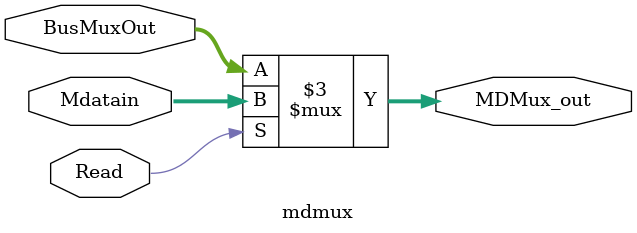
<source format=v>
module mdmux(
	input [31:0] BusMuxOut,
	input [31:0] Mdatain,
	input Read,
	output reg [31:0] MDMux_out
);

	always@(*)
	begin
		if(Read)
			MDMux_out <= Mdatain;
		else
			MDMux_out <= BusMuxOut;
	end
endmodule
</source>
